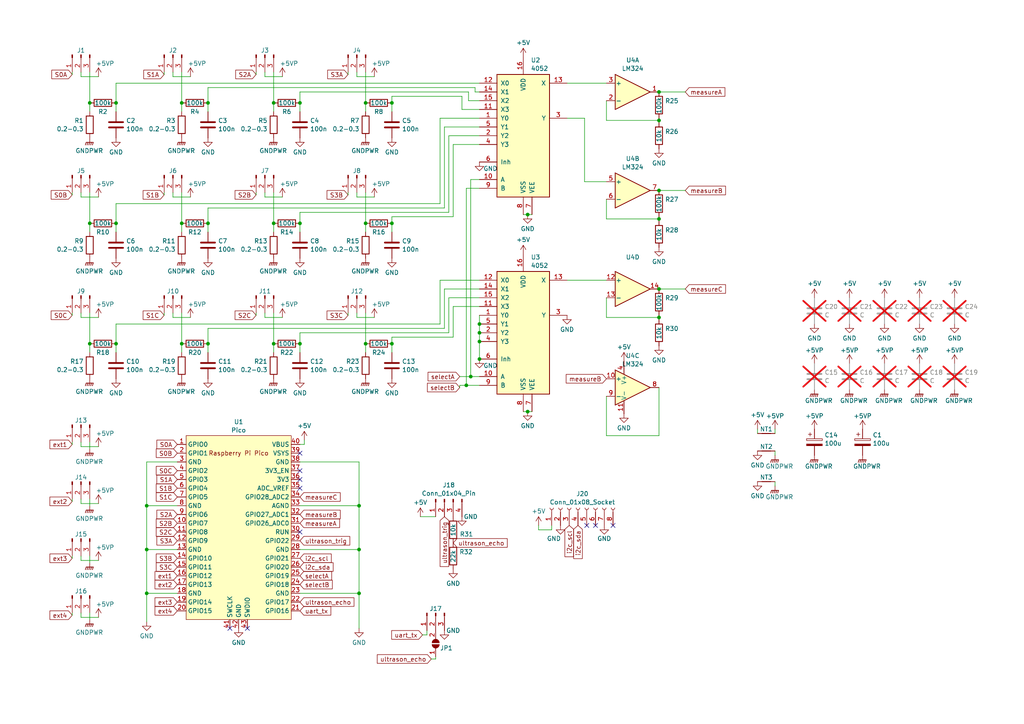
<source format=kicad_sch>
(kicad_sch (version 20231120) (generator "eeschema") (generator_version "8.0")
  (paper "A4")
  (junction (at 42.545 172.085))
  (junction (at 139.065 93.98))
  (junction (at 136.525 109.22))
  (junction (at 153.035 119.38))
  (junction (at 135.255 111.76))
  (junction (at 104.14 146.685))
  (junction (at 79.375 29.845))
  (junction (at 33.655 99.695))
  (junction (at 86.995 99.695))
  (junction (at 26.035 64.77))
  (junction (at 113.665 29.845))
  (junction (at 60.325 64.77))
  (junction (at 191.135 83.82))
  (junction (at 106.045 99.695))
  (junction (at 60.325 99.695))
  (junction (at 191.135 92.075))
  (junction (at 191.135 63.5))
  (junction (at 104.14 159.385))
  (junction (at 33.655 64.77))
  (junction (at 113.665 99.695))
  (junction (at 52.705 64.77))
  (junction (at 42.545 146.685))
  (junction (at 106.045 64.77))
  (junction (at 60.325 29.845))
  (junction (at 139.065 96.52))
  (junction (at 153.035 62.23))
  (junction (at 52.705 99.695))
  (junction (at 26.035 99.695))
  (junction (at 113.665 64.77))
  (junction (at 191.135 26.67))
  (junction (at 139.065 99.06))
  (junction (at 191.135 34.925))
  (junction (at 79.375 64.77))
  (junction (at 104.14 172.085))
  (junction (at 191.135 55.245))
  (junction (at 52.705 29.845))
  (junction (at 86.995 64.77))
  (junction (at 86.995 29.845))
  (junction (at 26.035 29.845))
  (junction (at 106.045 29.845))
  (junction (at 139.065 104.14))
  (junction (at 79.375 99.695))
  (junction (at 42.545 159.385))
  (junction (at 33.655 29.845))
  (no_connect (at 170.18 152.4))
  (no_connect (at 177.8 152.4))
  (no_connect (at 86.995 141.605))
  (no_connect (at 172.72 152.4))
  (no_connect (at 86.995 139.065))
  (no_connect (at 86.995 131.445))
  (no_connect (at 66.675 182.245))
  (no_connect (at 86.995 154.305))
  (no_connect (at 71.755 182.245))
  (no_connect (at 86.995 136.525))
  (wire (pts (xy 139.065 36.83) (xy 128.905 36.83)))
  (wire (pts (xy 52.705 99.695) (xy 52.705 102.235)))
  (wire (pts (xy 60.325 99.695) (xy 60.325 102.235)))
  (wire (pts (xy 26.035 64.77) (xy 26.035 67.31)))
  (wire (pts (xy 52.705 55.88) (xy 52.705 64.77)))
  (wire (pts (xy 23.495 92.075) (xy 23.495 90.805)))
  (wire (pts (xy 175.895 92.075) (xy 175.895 86.36)))
  (wire (pts (xy 60.325 64.77) (xy 60.325 67.31)))
  (wire (pts (xy 33.655 99.695) (xy 33.655 102.235)))
  (wire (pts (xy 26.035 99.695) (xy 26.035 102.235)))
  (wire (pts (xy 28.575 162.56) (xy 23.495 162.56)))
  (wire (pts (xy 28.575 92.075) (xy 23.495 92.075)))
  (wire (pts (xy 79.375 64.77) (xy 79.375 67.31)))
  (wire (pts (xy 20.955 20.955) (xy 20.955 21.59)))
  (wire (pts (xy 42.545 159.385) (xy 42.545 172.085)))
  (wire (pts (xy 42.545 172.085) (xy 51.435 172.085)))
  (wire (pts (xy 100.965 90.805) (xy 100.965 91.44)))
  (wire (pts (xy 153.035 62.23) (xy 154.305 62.23)))
  (wire (pts (xy 86.995 99.695) (xy 86.995 96.52)))
  (wire (pts (xy 79.375 90.805) (xy 79.375 99.695)))
  (wire (pts (xy 125.095 191.135) (xy 126.365 191.135)))
  (wire (pts (xy 52.705 20.955) (xy 52.705 29.845)))
  (wire (pts (xy 191.135 92.075) (xy 191.135 92.71)))
  (wire (pts (xy 104.14 159.385) (xy 104.14 172.085)))
  (wire (pts (xy 127.635 93.98) (xy 127.635 81.28)))
  (wire (pts (xy 55.245 22.225) (xy 50.165 22.225)))
  (wire (pts (xy 139.065 91.44) (xy 139.065 93.98)))
  (wire (pts (xy 175.895 126.365) (xy 175.895 114.935)))
  (wire (pts (xy 23.495 162.56) (xy 23.495 161.29)))
  (wire (pts (xy 86.995 96.52) (xy 130.175 96.52)))
  (wire (pts (xy 175.895 63.5) (xy 175.895 57.785)))
  (wire (pts (xy 191.135 63.5) (xy 175.895 63.5)))
  (wire (pts (xy 133.985 31.75) (xy 133.985 27.94)))
  (wire (pts (xy 113.665 64.77) (xy 113.665 67.31)))
  (wire (pts (xy 42.545 133.985) (xy 42.545 146.685)))
  (wire (pts (xy 113.665 62.865) (xy 131.445 62.865)))
  (wire (pts (xy 106.045 55.88) (xy 106.045 64.77)))
  (wire (pts (xy 139.065 29.21) (xy 135.89 29.21)))
  (wire (pts (xy 164.465 24.13) (xy 175.895 24.13)))
  (wire (pts (xy 50.165 22.225) (xy 50.165 20.955)))
  (wire (pts (xy 23.495 179.07) (xy 23.495 177.8)))
  (wire (pts (xy 151.765 62.23) (xy 153.035 62.23)))
  (wire (pts (xy 219.71 124.46) (xy 219.71 125.73)))
  (wire (pts (xy 130.175 39.37) (xy 139.065 39.37)))
  (wire (pts (xy 139.065 83.82) (xy 128.905 83.82)))
  (wire (pts (xy 191.135 34.925) (xy 175.895 34.925)))
  (wire (pts (xy 76.835 22.225) (xy 76.835 20.955)))
  (wire (pts (xy 74.295 90.805) (xy 74.295 91.44)))
  (wire (pts (xy 26.035 55.88) (xy 26.035 64.77)))
  (wire (pts (xy 191.135 126.365) (xy 175.895 126.365)))
  (wire (pts (xy 60.325 25.4) (xy 137.795 25.4)))
  (wire (pts (xy 191.135 55.245) (xy 198.755 55.245)))
  (wire (pts (xy 191.135 112.395) (xy 191.135 126.365)))
  (wire (pts (xy 86.995 61.595) (xy 130.175 61.595)))
  (wire (pts (xy 103.505 92.075) (xy 103.505 90.805)))
  (wire (pts (xy 131.445 41.91) (xy 139.065 41.91)))
  (wire (pts (xy 130.175 86.36) (xy 139.065 86.36)))
  (wire (pts (xy 131.445 88.9) (xy 131.445 97.79)))
  (wire (pts (xy 104.14 172.085) (xy 104.14 182.245)))
  (wire (pts (xy 33.655 99.695) (xy 33.655 93.98)))
  (wire (pts (xy 106.045 20.955) (xy 106.045 29.845)))
  (wire (pts (xy 42.545 159.385) (xy 51.435 159.385)))
  (wire (pts (xy 60.325 60.325) (xy 128.905 60.325)))
  (wire (pts (xy 86.995 99.695) (xy 86.995 102.235)))
  (wire (pts (xy 52.705 64.77) (xy 52.705 67.31)))
  (wire (pts (xy 133.35 112.395) (xy 133.35 111.76)))
  (wire (pts (xy 106.045 90.805) (xy 106.045 99.695)))
  (wire (pts (xy 42.545 172.085) (xy 42.545 180.34)))
  (wire (pts (xy 164.465 81.28) (xy 175.895 81.28)))
  (wire (pts (xy 79.375 55.88) (xy 79.375 64.77)))
  (wire (pts (xy 42.545 146.685) (xy 42.545 159.385)))
  (wire (pts (xy 164.465 34.29) (xy 169.545 34.29)))
  (wire (pts (xy 23.495 146.05) (xy 23.495 144.78)))
  (wire (pts (xy 81.915 92.075) (xy 76.835 92.075)))
  (wire (pts (xy 135.255 54.61) (xy 139.065 54.61)))
  (wire (pts (xy 74.295 20.955) (xy 74.295 21.59)))
  (wire (pts (xy 224.79 139.7) (xy 224.79 140.97)))
  (wire (pts (xy 135.255 111.76) (xy 135.255 54.61)))
  (wire (pts (xy 191.135 91.44) (xy 191.135 92.075)))
  (wire (pts (xy 127.635 81.28) (xy 139.065 81.28)))
  (wire (pts (xy 20.955 161.29) (xy 20.955 161.925)))
  (wire (pts (xy 23.495 129.54) (xy 23.495 128.27)))
  (wire (pts (xy 60.325 64.77) (xy 60.325 60.325)))
  (wire (pts (xy 128.905 83.82) (xy 128.905 95.25)))
  (wire (pts (xy 104.14 146.685) (xy 104.14 159.385)))
  (wire (pts (xy 139.065 111.76) (xy 135.255 111.76)))
  (wire (pts (xy 23.495 57.15) (xy 23.495 55.88)))
  (wire (pts (xy 131.445 62.865) (xy 131.445 41.91)))
  (wire (pts (xy 88.265 128.905) (xy 88.265 127.635)))
  (wire (pts (xy 50.165 57.15) (xy 50.165 55.88)))
  (wire (pts (xy 20.955 144.78) (xy 20.955 145.415)))
  (wire (pts (xy 191.135 92.075) (xy 175.895 92.075)))
  (wire (pts (xy 28.575 57.15) (xy 23.495 57.15)))
  (wire (pts (xy 104.14 133.985) (xy 104.14 146.685)))
  (wire (pts (xy 104.14 172.085) (xy 86.995 172.085)))
  (wire (pts (xy 123.825 184.15) (xy 123.825 182.88)))
  (wire (pts (xy 139.065 96.52) (xy 139.065 99.06)))
  (wire (pts (xy 51.435 133.985) (xy 42.545 133.985)))
  (wire (pts (xy 28.575 179.07) (xy 23.495 179.07)))
  (wire (pts (xy 20.955 90.805) (xy 20.955 91.44)))
  (wire (pts (xy 224.79 130.81) (xy 224.79 132.08)))
  (wire (pts (xy 86.995 29.845) (xy 86.995 26.67)))
  (wire (pts (xy 151.765 119.38) (xy 153.035 119.38)))
  (wire (pts (xy 121.92 149.86) (xy 126.365 149.86)))
  (wire (pts (xy 33.655 64.77) (xy 33.655 59.055)))
  (wire (pts (xy 76.835 57.15) (xy 76.835 55.88)))
  (wire (pts (xy 136.525 109.22) (xy 139.065 109.22)))
  (wire (pts (xy 153.035 119.38) (xy 154.305 119.38)))
  (wire (pts (xy 160.02 153.67) (xy 156.21 153.67)))
  (wire (pts (xy 169.545 34.29) (xy 169.545 52.705)))
  (wire (pts (xy 156.21 153.67) (xy 156.21 152.4)))
  (wire (pts (xy 136.525 52.07) (xy 136.525 109.22)))
  (wire (pts (xy 26.035 128.27) (xy 26.035 130.175)))
  (wire (pts (xy 81.915 22.225) (xy 76.835 22.225)))
  (wire (pts (xy 113.665 99.695) (xy 113.665 97.79)))
  (wire (pts (xy 127.635 59.055) (xy 127.635 34.29)))
  (wire (pts (xy 113.665 64.77) (xy 113.665 62.865)))
  (wire (pts (xy 106.045 99.695) (xy 106.045 102.235)))
  (wire (pts (xy 139.065 88.9) (xy 131.445 88.9)))
  (wire (pts (xy 86.995 146.685) (xy 104.14 146.685)))
  (wire (pts (xy 191.135 34.29) (xy 191.135 34.925)))
  (wire (pts (xy 128.905 36.83) (xy 128.905 60.325)))
  (wire (pts (xy 26.035 29.845) (xy 26.035 32.385)))
  (wire (pts (xy 81.915 57.15) (xy 76.835 57.15)))
  (wire (pts (xy 113.665 97.79) (xy 131.445 97.79)))
  (wire (pts (xy 33.655 64.77) (xy 33.655 67.31)))
  (wire (pts (xy 79.375 29.845) (xy 79.375 32.385)))
  (wire (pts (xy 133.35 109.22) (xy 136.525 109.22)))
  (wire (pts (xy 74.295 55.88) (xy 74.295 56.515)))
  (wire (pts (xy 169.545 52.705) (xy 175.895 52.705)))
  (wire (pts (xy 28.575 146.05) (xy 23.495 146.05)))
  (wire (pts (xy 33.655 59.055) (xy 127.635 59.055)))
  (wire (pts (xy 106.045 64.77) (xy 106.045 67.31)))
  (wire (pts (xy 26.035 90.805) (xy 26.035 99.695)))
  (wire (pts (xy 86.995 128.905) (xy 88.265 128.905)))
  (wire (pts (xy 130.175 96.52) (xy 130.175 86.36)))
  (wire (pts (xy 26.035 161.29) (xy 26.035 163.195)))
  (wire (pts (xy 47.625 90.805) (xy 47.625 91.44)))
  (wire (pts (xy 42.545 146.685) (xy 51.435 146.685)))
  (wire (pts (xy 86.995 26.67) (xy 135.89 26.67)))
  (wire (pts (xy 108.585 57.15) (xy 103.505 57.15)))
  (wire (pts (xy 191.135 62.865) (xy 191.135 63.5)))
  (wire (pts (xy 20.955 177.8) (xy 20.955 178.435)))
  (wire (pts (xy 52.705 29.845) (xy 52.705 32.385)))
  (wire (pts (xy 86.995 64.77) (xy 86.995 67.31)))
  (wire (pts (xy 224.79 124.46) (xy 224.79 125.73)))
  (wire (pts (xy 28.575 129.54) (xy 23.495 129.54)))
  (wire (pts (xy 33.655 93.98) (xy 127.635 93.98)))
  (wire (pts (xy 139.065 31.75) (xy 133.985 31.75)))
  (wire (pts (xy 137.795 26.67) (xy 139.065 26.67)))
  (wire (pts (xy 175.895 34.925) (xy 175.895 29.21)))
  (wire (pts (xy 26.035 144.78) (xy 26.035 146.685)))
  (wire (pts (xy 139.065 52.07) (xy 136.525 52.07)))
  (wire (pts (xy 55.245 57.15) (xy 50.165 57.15)))
  (wire (pts (xy 26.035 20.955) (xy 26.035 29.845)))
  (wire (pts (xy 139.065 99.06) (xy 139.065 104.14)))
  (wire (pts (xy 135.89 29.21) (xy 135.89 26.67)))
  (wire (pts (xy 47.625 55.88) (xy 47.625 56.515)))
  (wire (pts (xy 191.135 83.82) (xy 198.755 83.82)))
  (wire (pts (xy 60.325 29.845) (xy 60.325 32.385)))
  (wire (pts (xy 126.365 191.135) (xy 126.365 190.5)))
  (wire (pts (xy 26.035 177.8) (xy 26.035 179.705)))
  (wire (pts (xy 47.625 20.955) (xy 47.625 21.59)))
  (wire (pts (xy 133.35 111.76) (xy 135.255 111.76)))
  (wire (pts (xy 130.175 61.595) (xy 130.175 39.37)))
  (wire (pts (xy 103.505 57.15) (xy 103.505 55.88)))
  (wire (pts (xy 106.045 29.845) (xy 106.045 32.385)))
  (wire (pts (xy 100.965 55.88) (xy 100.965 56.515)))
  (wire (pts (xy 191.135 63.5) (xy 191.135 64.135)))
  (wire (pts (xy 86.995 159.385) (xy 104.14 159.385)))
  (wire (pts (xy 55.245 92.075) (xy 50.165 92.075)))
  (wire (pts (xy 191.135 26.67) (xy 198.755 26.67)))
  (wire (pts (xy 100.965 20.955) (xy 100.965 21.59)))
  (wire (pts (xy 108.585 92.075) (xy 103.505 92.075)))
  (wire (pts (xy 103.505 22.225) (xy 103.505 20.955)))
  (wire (pts (xy 108.585 22.225) (xy 103.505 22.225)))
  (wire (pts (xy 127.635 34.29) (xy 139.065 34.29)))
  (wire (pts (xy 79.375 20.955) (xy 79.375 29.845)))
  (wire (pts (xy 113.665 29.845) (xy 113.665 32.385)))
  (wire (pts (xy 28.575 22.225) (xy 23.495 22.225)))
  (wire (pts (xy 86.995 29.845) (xy 86.995 32.385)))
  (wire (pts (xy 113.665 27.94) (xy 133.985 27.94)))
  (wire (pts (xy 139.065 93.98) (xy 139.065 96.52)))
  (wire (pts (xy 79.375 99.695) (xy 79.375 102.235)))
  (wire (pts (xy 33.655 29.845) (xy 33.655 32.385)))
  (wire (pts (xy 191.135 34.925) (xy 191.135 35.56)))
  (wire (pts (xy 113.665 29.845) (xy 113.665 27.94)))
  (wire (pts (xy 60.325 29.845) (xy 60.325 25.4)))
  (wire (pts (xy 23.495 22.225) (xy 23.495 20.955)))
  (wire (pts (xy 122.555 184.15) (xy 123.825 184.15)))
  (wire (pts (xy 33.655 24.13) (xy 139.065 24.13)))
  (wire (pts (xy 76.835 92.075) (xy 76.835 90.805)))
  (wire (pts (xy 33.655 29.845) (xy 33.655 24.13)))
  (wire (pts (xy 60.325 95.25) (xy 128.905 95.25)))
  (wire (pts (xy 52.705 90.805) (xy 52.705 99.695)))
  (wire (pts (xy 20.955 55.88) (xy 20.955 56.515)))
  (wire (pts (xy 137.795 25.4) (xy 137.795 26.67)))
  (wire (pts (xy 60.325 99.695) (xy 60.325 95.25)))
  (wire (pts (xy 86.995 133.985) (xy 104.14 133.985)))
  (wire (pts (xy 50.165 92.075) (xy 50.165 90.805)))
  (wire (pts (xy 86.995 64.77) (xy 86.995 61.595)))
  (wire (pts (xy 160.02 152.4) (xy 160.02 153.67)))
  (wire (pts (xy 20.955 128.27) (xy 20.955 128.905)))
  (wire (pts (xy 113.665 99.695) (xy 113.665 102.235)))
  (global_label "S3B" (shape input) (at 100.965 56.515 180) (property "Intersheetrefs" "${INTERSHEET_REFS}" (effects (hide yes))))
  (global_label "ext1" (shape input) (at 20.955 128.905 180) (property "Intersheetrefs" "${INTERSHEET_REFS}" (effects (hide yes))))
  (global_label "measureB" (shape input) (at 198.755 55.245 0) (property "Intersheetrefs" "${INTERSHEET_REFS}" (effects (hide yes))))
  (global_label "measureC" (shape input) (at 86.995 144.145 0) (property "Intersheetrefs" "${INTERSHEET_REFS}" (effects (hide yes))))
  (global_label "measureA" (shape input) (at 198.755 26.67 0) (property "Intersheetrefs" "${INTERSHEET_REFS}" (effects (hide yes))))
  (global_label "S2A" (shape input) (at 74.295 21.59 180) (property "Intersheetrefs" "${INTERSHEET_REFS}" (effects (hide yes))))
  (global_label "selectB" (shape input) (at 133.35 112.395 180) (property "Intersheetrefs" "${INTERSHEET_REFS}" (effects (hide yes))))
  (global_label "ultrason_echo" (shape input) (at 125.095 191.135 180) (property "Intersheetrefs" "${INTERSHEET_REFS}" (effects (hide yes))))
  (global_label "S2B" (shape input) (at 51.435 151.765 180) (property "Intersheetrefs" "${INTERSHEET_REFS}" (effects (hide yes))))
  (global_label "S0A" (shape input) (at 20.955 21.59 180) (property "Intersheetrefs" "${INTERSHEET_REFS}" (effects (hide yes))))
  (global_label "ext2" (shape input) (at 51.435 169.545 180) (property "Intersheetrefs" "${INTERSHEET_REFS}" (effects (hide yes))))
  (global_label "S1C" (shape input) (at 47.625 91.44 180) (property "Intersheetrefs" "${INTERSHEET_REFS}" (effects (hide yes))))
  (global_label "measureC" (shape input) (at 198.755 83.82 0) (property "Intersheetrefs" "${INTERSHEET_REFS}" (effects (hide yes))))
  (global_label "i2c_scl" (shape input) (at 86.995 161.925 0) (property "Intersheetrefs" "${INTERSHEET_REFS}" (effects (hide yes))))
  (global_label "S0B" (shape input) (at 51.435 131.445 180) (property "Intersheetrefs" "${INTERSHEET_REFS}" (effects (hide yes))))
  (global_label "S2C" (shape input) (at 51.435 154.305 180) (property "Intersheetrefs" "${INTERSHEET_REFS}" (effects (hide yes))))
  (global_label "ultrason_echo" (shape input) (at 86.995 174.625 0) (property "Intersheetrefs" "${INTERSHEET_REFS}" (effects (hide yes))))
  (global_label "i2c_scl" (shape input) (at 165.1 152.4 270) (property "Intersheetrefs" "${INTERSHEET_REFS}" (effects (hide yes))))
  (global_label "S3B" (shape input) (at 51.435 161.925 180) (property "Intersheetrefs" "${INTERSHEET_REFS}" (effects (hide yes))))
  (global_label "uart_tx" (shape input) (at 122.555 184.15 180) (property "Intersheetrefs" "${INTERSHEET_REFS}" (effects (hide yes))))
  (global_label "S1A" (shape input) (at 51.435 139.065 180) (property "Intersheetrefs" "${INTERSHEET_REFS}" (effects (hide yes))))
  (global_label "S1C" (shape input) (at 51.435 144.145 180) (property "Intersheetrefs" "${INTERSHEET_REFS}" (effects (hide yes))))
  (global_label "S3C" (shape input) (at 51.435 164.465 180) (property "Intersheetrefs" "${INTERSHEET_REFS}" (effects (hide yes))))
  (global_label "uart_tx" (shape input) (at 86.995 177.165 0) (property "Intersheetrefs" "${INTERSHEET_REFS}" (effects (hide yes))))
  (global_label "ext4" (shape input) (at 20.955 178.435 180) (property "Intersheetrefs" "${INTERSHEET_REFS}" (effects (hide yes))))
  (global_label "S1A" (shape input) (at 47.625 21.59 180) (property "Intersheetrefs" "${INTERSHEET_REFS}" (effects (hide yes))))
  (global_label "S2B" (shape input) (at 74.295 56.515 180) (property "Intersheetrefs" "${INTERSHEET_REFS}" (effects (hide yes))))
  (global_label "S3A" (shape input) (at 51.435 156.845 180) (property "Intersheetrefs" "${INTERSHEET_REFS}" (effects (hide yes))))
  (global_label "i2c_sda" (shape input) (at 86.995 164.465 0) (property "Intersheetrefs" "${INTERSHEET_REFS}" (effects (hide yes))))
  (global_label "measureA" (shape input) (at 86.995 151.765 0) (property "Intersheetrefs" "${INTERSHEET_REFS}" (effects (hide yes))))
  (global_label "ultrason_trig" (shape input) (at 128.905 149.86 270) (property "Intersheetrefs" "${INTERSHEET_REFS}" (effects (hide yes))))
  (global_label "selectA" (shape input) (at 133.35 109.22 180) (property "Intersheetrefs" "${INTERSHEET_REFS}" (effects (hide yes))))
  (global_label "S3A" (shape input) (at 100.965 21.59 180) (property "Intersheetrefs" "${INTERSHEET_REFS}" (effects (hide yes))))
  (global_label "S1B" (shape input) (at 47.625 56.515 180) (property "Intersheetrefs" "${INTERSHEET_REFS}" (effects (hide yes))))
  (global_label "selectA" (shape input) (at 86.995 167.005 0) (property "Intersheetrefs" "${INTERSHEET_REFS}" (effects (hide yes))))
  (global_label "S3C" (shape input) (at 100.965 91.44 180) (property "Intersheetrefs" "${INTERSHEET_REFS}" (effects (hide yes))))
  (global_label "i2c_sda" (shape input) (at 167.64 152.4 270) (property "Intersheetrefs" "${INTERSHEET_REFS}" (effects (hide yes))))
  (global_label "S0A" (shape input) (at 51.435 128.905 180) (property "Intersheetrefs" "${INTERSHEET_REFS}" (effects (hide yes))))
  (global_label "S1B" (shape input) (at 51.435 141.605 180) (property "Intersheetrefs" "${INTERSHEET_REFS}" (effects (hide yes))))
  (global_label "measureB" (shape input) (at 86.995 149.225 0) (property "Intersheetrefs" "${INTERSHEET_REFS}" (effects (hide yes))))
  (global_label "measureB" (shape input) (at 175.895 109.855 180) (property "Intersheetrefs" "${INTERSHEET_REFS}" (effects (hide yes))))
  (global_label "ext3" (shape input) (at 51.435 174.625 180) (property "Intersheetrefs" "${INTERSHEET_REFS}" (effects (hide yes))))
  (global_label "ext3" (shape input) (at 20.955 161.925 180) (property "Intersheetrefs" "${INTERSHEET_REFS}" (effects (hide yes))))
  (global_label "ext4" (shape input) (at 51.435 177.165 180) (property "Intersheetrefs" "${INTERSHEET_REFS}" (effects (hide yes))))
  (global_label "ultrason_trig" (shape input) (at 86.995 156.845 0) (property "Intersheetrefs" "${INTERSHEET_REFS}" (effects (hide yes))))
  (global_label "ext1" (shape input) (at 51.435 167.005 180) (property "Intersheetrefs" "${INTERSHEET_REFS}" (effects (hide yes))))
  (global_label "S0C" (shape input) (at 20.955 91.44 180) (property "Intersheetrefs" "${INTERSHEET_REFS}" (effects (hide yes))))
  (global_label "S0B" (shape input) (at 20.955 56.515 180) (property "Intersheetrefs" "${INTERSHEET_REFS}" (effects (hide yes))))
  (global_label "selectB" (shape input) (at 86.995 169.545 0) (property "Intersheetrefs" "${INTERSHEET_REFS}" (effects (hide yes))))
  (global_label "ultrason_echo" (shape input) (at 131.445 157.48 0) (property "Intersheetrefs" "${INTERSHEET_REFS}" (effects (hide yes))))
  (global_label "S0C" (shape input) (at 51.435 136.525 180) (property "Intersheetrefs" "${INTERSHEET_REFS}" (effects (hide yes))))
  (global_label "S2A" (shape input) (at 51.435 149.225 180) (property "Intersheetrefs" "${INTERSHEET_REFS}" (effects (hide yes))))
  (global_label "S2C" (shape input) (at 74.295 91.44 180) (property "Intersheetrefs" "${INTERSHEET_REFS}" (effects (hide yes))))
  (global_label "ext2" (shape input) (at 20.955 145.415 180) (property "Intersheetrefs" "${INTERSHEET_REFS}" (effects (hide yes))))
  (symbol (lib_id "power:GNDPWR") (at 224.79 140.97 0) (unit 1)
    (property "Reference" "#PWR073" (effects (hide yes)))
    (property "Value" "GNDPWR" (at 226.06 144.145 0))
  )
  (symbol (lib_id "power:+5VP") (at 236.22 105.41 0) (unit 1)
    (property "Reference" "#PWR074" (effects (hide yes)))
    (property "Value" "+5VP" (at 236.22 101.6 0))
  )
  (symbol (lib_id "power:+5VP") (at 108.585 92.075 0) (mirror y) (unit 1)
    (property "Reference" "#PWR046" (effects (hide yes)))
    (property "Value" "+5VP" (at 110.49 88.265 0))
  )
  (symbol (lib_id "power:GND") (at 266.7 93.98 0) (unit 1)
    (property "Reference" "#PWR095" (effects (hide yes)))
    (property "Value" "GND" (at 266.7 98.1131 0))
  )
  (symbol (lib_id "power:GND") (at 60.325 109.855 0) (unit 1)
    (property "Reference" "#PWR041" (effects (hide yes)))
    (property "Value" "GND" (at 60.325 113.9881 0))
  )
  (symbol (lib_id "Connector:Conn_01x03_Pin") (at 50.165 85.725 90) (mirror x) (unit 1)
    (property "Reference" "J10" (at 50.165 84.455 90))
    (property "Value" "Conn_01x03_Pin" (effects (hide yes)))
    (property "Footprint" "Connector_PinHeader_2.54mm:PinHeader_1x03_P2.54mm_Vertical" (effects (hide yes)))
  )
  (symbol (lib_id "power:GND") (at 162.56 152.4 0) (unit 1)
    (property "Reference" "#PWR051" (effects (hide yes)))
    (property "Value" "GND" (at 160.655 156.21 0))
  )
  (symbol (lib_id "power:+5V") (at 88.265 127.635 0) (unit 1)
    (property "Reference" "#PWR056" (effects (hide yes)))
    (property "Value" "+5V" (at 88.265 123.5019 0))
  )
  (symbol (lib_id "power:GND") (at 164.465 91.44 0) (unit 1)
    (property "Reference" "#PWR013" (effects (hide yes)))
    (property "Value" "GND" (at 164.465 95.5731 0))
  )
  (symbol (lib_id "power:+5V") (at 151.765 16.51 0) (unit 1)
    (property "Reference" "#PWR07" (effects (hide yes)))
    (property "Value" "+5V" (at 151.765 12.3769 0))
  )
  (symbol (lib_id "Device:C") (at 60.325 106.045 0) (unit 1)
    (property "Reference" "C11" (at 63.246 104.8329 0) (effects (justify left)))
    (property "Value" "100n" (at 63.246 107.2571 0) (effects (justify left)))
    (property "Footprint" "Capacitor_SMD:C_0805_2012Metric" (effects (hide yes)))
  )
  (symbol (lib_id "Device:R") (at 109.855 99.695 90) (unit 1)
    (property "Reference" "R24" (at 109.855 102.235 90))
    (property "Value" "100k" (at 109.855 99.695 90))
    (property "Footprint" "Resistor_SMD:R_0805_2012Metric" (effects (hide yes)))
  )
  (symbol (lib_id "Connector:Conn_01x03_Pin") (at 23.495 156.21 90) (mirror x) (unit 1)
    (property "Reference" "J15" (at 23.495 154.94 90))
    (property "Value" "Conn_01x03_Pin" (effects (hide yes)))
    (property "Footprint" "Connector_PinHeader_2.54mm:PinHeader_1x03_P2.54mm_Vertical" (effects (hide yes)))
  )
  (symbol (lib_id "Connector:Conn_01x03_Pin") (at 50.165 15.875 90) (mirror x) (unit 1)
    (property "Reference" "J2" (at 50.165 14.605 90))
    (property "Value" "Conn_01x03_Pin" (effects (hide yes)))
    (property "Footprint" "Connector_PinHeader_2.54mm:PinHeader_1x03_P2.54mm_Vertical" (effects (hide yes)))
  )
  (symbol (lib_id "Device:C_Polarized") (at 250.19 128.27 0) (unit 1)
    (property "Reference" "C1" (at 253.111 126.1689 0) (effects (justify left)))
    (property "Value" "100u" (at 253.111 128.5931 0) (effects (justify left)))
    (property "Footprint" "Capacitor_THT:CP_Radial_D5.0mm_P2.50mm" (effects (hide yes)))
  )
  (symbol (lib_id "Device:R") (at 79.375 106.045 0) (mirror y) (unit 1)
    (property "Reference" "R21" (at 77.597 104.8329 0) (effects (justify left)))
    (property "Value" "0.2-0.3" (at 77.597 107.2571 0) (effects (justify left)))
    (property "Footprint" "Resistor_SMD:R_0805_2012Metric" (effects (hide yes)))
  )
  (symbol (lib_id "power:GND") (at 153.035 119.38 0) (unit 1)
    (property "Reference" "#PWR012" (effects (hide yes)))
    (property "Value" "GND" (at 153.035 123.5131 0))
  )
  (symbol (lib_id "power:+5V") (at 156.21 152.4 0) (unit 1)
    (property "Reference" "#PWR050" (effects (hide yes)))
    (property "Value" "+5V" (at 156.21 148.2669 0))
  )
  (symbol (lib_id "power:+5VP") (at 108.585 57.15 0) (mirror y) (unit 1)
    (property "Reference" "#PWR034" (effects (hide yes)))
    (property "Value" "+5VP" (at 110.49 53.34 0))
  )
  (symbol (lib_id "Device:C") (at 33.655 71.12 0) (unit 1)
    (property "Reference" "C6" (at 36.576 69.9079 0) (effects (justify left)))
    (property "Value" "100n" (at 36.576 72.3321 0) (effects (justify left)))
    (property "Footprint" "Capacitor_SMD:C_0805_2012Metric" (effects (hide yes)))
  )
  (symbol (lib_id "Device:R") (at 191.135 67.945 0) (unit 1)
    (property "Reference" "R28" (at 192.913 66.7329 0) (effects (justify left)))
    (property "Value" "10k" (at 191.135 69.85 90) (effects (justify left)))
    (property "Footprint" "Resistor_SMD:R_0805_2012Metric" (effects (hide yes)))
  )
  (symbol (lib_id "Connector:Conn_01x03_Pin") (at 76.835 15.875 90) (mirror x) (unit 1)
    (property "Reference" "J3" (at 76.835 14.605 90))
    (property "Value" "Conn_01x03_Pin" (effects (hide yes)))
    (property "Footprint" "Connector_PinHeader_2.54mm:PinHeader_1x03_P2.54mm_Vertical" (effects (hide yes)))
  )
  (symbol (lib_id "Device:R") (at 131.445 153.67 0) (unit 1)
    (property "Reference" "R31" (at 133.35 154.94 0) (effects (justify left)))
    (property "Value" "10k" (at 131.445 155.575 90) (effects (justify left)))
    (property "Footprint" "Resistor_SMD:R_0805_2012Metric" (effects (hide yes)))
  )
  (symbol (lib_id "power:GND") (at 86.995 74.93 0) (unit 1)
    (property "Reference" "#PWR032" (effects (hide yes)))
    (property "Value" "GND" (at 86.995 79.0631 0))
  )
  (symbol (lib_id "Connector:Conn_01x03_Pin") (at 23.495 123.19 90) (mirror x) (unit 1)
    (property "Reference" "J13" (at 23.495 121.92 90))
    (property "Value" "Conn_01x03_Pin" (effects (hide yes)))
    (property "Footprint" "Connector_PinHeader_2.54mm:PinHeader_1x03_P2.54mm_Vertical" (effects (hide yes)))
  )
  (symbol (lib_id "power:GNDPWR") (at 26.035 74.93 0) (unit 1)
    (property "Reference" "#PWR024" (effects (hide yes)))
    (property "Value" "GNDPWR" (at 25.908 78.6567 0))
  )
  (symbol (lib_id "Connector:Conn_01x03_Pin") (at 50.165 50.8 90) (mirror x) (unit 1)
    (property "Reference" "J6" (at 50.165 49.53 90))
    (property "Value" "Conn_01x03_Pin" (effects (hide yes)))
    (property "Footprint" "Connector_PinHeader_2.54mm:PinHeader_1x03_P2.54mm_Vertical" (effects (hide yes)))
  )
  (symbol (lib_id "power:GNDPWR") (at 26.035 146.685 0) (unit 1)
    (property "Reference" "#PWR060" (effects (hide yes)))
    (property "Value" "GNDPWR" (at 25.908 150.4117 0))
  )
  (symbol (lib_id "power:+5VP") (at 108.585 22.225 0) (mirror y) (unit 1)
    (property "Reference" "#PWR022" (effects (hide yes)))
    (property "Value" "+5VP" (at 110.49 18.415 0))
  )
  (symbol (lib_id "Device:R") (at 79.375 36.195 0) (mirror y) (unit 1)
    (property "Reference" "R5" (at 77.597 34.9829 0) (effects (justify left)))
    (property "Value" "0.2-0.3" (at 77.597 37.4071 0) (effects (justify left)))
    (property "Footprint" "Resistor_SMD:R_0805_2012Metric" (effects (hide yes)))
  )
  (symbol (lib_id "power:GND") (at 113.665 109.855 0) (unit 1)
    (property "Reference" "#PWR047" (effects (hide yes)))
    (property "Value" "GND" (at 113.665 113.9881 0))
  )
  (symbol (lib_id "Device:R") (at 191.135 30.48 0) (unit 1)
    (property "Reference" "R25" (at 192.913 29.2679 0) (effects (justify left)))
    (property "Value" "100k" (at 191.135 33.02 90) (effects (justify left)))
    (property "Footprint" "Resistor_SMD:R_0805_2012Metric" (effects (hide yes)))
  )
  (symbol (lib_id "Device:R") (at 131.445 161.29 0) (unit 1)
    (property "Reference" "R32" (at 133.223 160.0779 0) (effects (justify left)))
    (property "Value" "22k" (at 131.445 163.195 90) (effects (justify left)))
    (property "Footprint" "Resistor_SMD:R_0805_2012Metric" (effects (hide yes)))
  )
  (symbol (lib_id "power:GND") (at 69.215 182.245 0) (unit 1)
    (property "Reference" "#PWR055" (effects (hide yes)))
    (property "Value" "GND" (at 69.215 186.3781 0))
  )
  (symbol (lib_id "power:GNDPWR") (at 26.035 179.705 0) (unit 1)
    (property "Reference" "#PWR063" (effects (hide yes)))
    (property "Value" "GNDPWR" (at 25.908 183.4317 0))
  )
  (symbol (lib_id "power:+5VP") (at 81.915 22.225 0) (mirror y) (unit 1)
    (property "Reference" "#PWR019" (effects (hide yes)))
    (property "Value" "+5VP" (at 83.82 18.415 0))
  )
  (symbol (lib_id "power:GND") (at 60.325 74.93 0) (unit 1)
    (property "Reference" "#PWR029" (effects (hide yes)))
    (property "Value" "GND" (at 60.325 79.0631 0))
  )
  (symbol (lib_id "power:GNDPWR") (at 106.045 109.855 0) (unit 1)
    (property "Reference" "#PWR045" (effects (hide yes)))
    (property "Value" "GNDPWR" (at 105.918 113.5817 0))
  )
  (symbol (lib_id "power:GNDPWR") (at 276.86 113.03 0) (unit 1)
    (property "Reference" "#PWR087" (effects (hide yes)))
    (property "Value" "GNDPWR" (at 278.13 116.205 0))
  )
  (symbol (lib_id "power:GND") (at 113.665 74.93 0) (unit 1)
    (property "Reference" "#PWR035" (effects (hide yes)))
    (property "Value" "GND" (at 113.665 79.0631 0))
  )
  (symbol (lib_id "power:GNDPWR") (at 106.045 74.93 0) (unit 1)
    (property "Reference" "#PWR033" (effects (hide yes)))
    (property "Value" "GNDPWR" (at 105.918 78.6567 0))
  )
  (symbol (lib_id "Device:C") (at 86.995 106.045 0) (unit 1)
    (property "Reference" "C12" (at 89.916 104.8329 0) (effects (justify left)))
    (property "Value" "100n" (at 89.916 107.2571 0) (effects (justify left)))
    (property "Footprint" "Capacitor_SMD:C_0805_2012Metric" (effects (hide yes)))
  )
  (symbol (lib_id "power:+5V") (at 236.22 86.36 0) (unit 1)
    (property "Reference" "#PWR088" (effects (hide yes)))
    (property "Value" "+5V" (at 236.22 82.2269 0))
  )
  (symbol (lib_id "power:GND") (at 133.985 149.86 0) (unit 1)
    (property "Reference" "#PWR068" (effects (hide yes)))
    (property "Value" "GND" (at 136.525 149.86 0))
  )
  (symbol (lib_id "power:GNDPWR") (at 224.79 132.08 0) (unit 1)
    (property "Reference" "#PWR04" (effects (hide yes)))
    (property "Value" "GNDPWR" (at 226.06 135.255 0))
  )
  (symbol (lib_id "power:GNDPWR") (at 250.19 132.08 0) (unit 1)
    (property "Reference" "#PWR079" (effects (hide yes)))
    (property "Value" "GNDPWR" (at 251.46 135.255 0))
  )
  (symbol (lib_id "Device:C") (at 113.665 36.195 0) (unit 1)
    (property "Reference" "C5" (at 116.586 34.9829 0) (effects (justify left)))
    (property "Value" "100n" (at 116.586 37.4071 0) (effects (justify left)))
    (property "Footprint" "Capacitor_SMD:C_0805_2012Metric" (effects (hide yes)))
  )
  (symbol (lib_id "Device:R") (at 83.185 64.77 90) (unit 1)
    (property "Reference" "R14" (at 83.185 67.31 90))
    (property "Value" "100k" (at 83.185 64.77 90))
    (property "Footprint" "Resistor_SMD:R_0805_2012Metric" (effects (hide yes)))
  )
  (symbol (lib_id "MCU_RaspberryPi_and_Boards:Pico") (at 69.215 153.035 0) (unit 1)
    (property "Reference" "U1" (at 69.215 122.3477 0))
    (property "Value" "Pico" (at 69.215 124.7719 0))
    (property "Footprint" "MCU_RaspberryPi_and_Boards:RPi_Pico_SMD_TH" (effects (hide yes)))
  )
  (symbol (lib_id "power:+5VP") (at 81.915 57.15 0) (mirror y) (unit 1)
    (property "Reference" "#PWR031" (effects (hide yes)))
    (property "Value" "+5VP" (at 83.82 53.34 0))
  )
  (symbol (lib_id "power:GND") (at 219.71 139.7 0) (unit 1)
    (property "Reference" "#PWR072" (effects (hide yes)))
    (property "Value" "GND" (at 219.71 143.8331 0))
  )
  (symbol (lib_id "Connector:Conn_01x08_Socket") (at 167.64 147.32 90) (unit 1)
    (property "Reference" "J20" (at 168.91 143.2265 90))
    (property "Value" "Conn_01x08_Socket" (at 168.91 145.6507 90))
    (property "Footprint" "stuff:GY-521" (effects (hide yes)))
  )
  (symbol (lib_id "power:GND") (at 131.445 165.1 0) (unit 1)
    (property "Reference" "#PWR071" (effects (hide yes)))
    (property "Value" "GND" (at 131.445 169.2331 0))
  )
  (symbol (lib_id "Device:C") (at 236.22 109.22 0) (unit 1) (dnp yes)
    (property "Reference" "C15" (at 239.141 108.0078 0) (effects (justify left)))
    (property "Value" "C" (at 239.141 110.4321 0) (effects (justify left)))
    (property "Footprint" "Capacitor_SMD:C_0805_2012Metric" (effects (hide yes)))
    (property "Description" "Unpolarized capacitor" (effects (hide yes)))
  )
  (symbol (lib_id "power:+5VP") (at 246.38 105.41 0) (unit 1)
    (property "Reference" "#PWR080" (effects (hide yes)))
    (property "Value" "+5VP" (at 246.38 101.6 0))
  )
  (symbol (lib_id "power:GNDPWR") (at 26.035 130.175 0) (unit 1)
    (property "Reference" "#PWR058" (effects (hide yes)))
    (property "Value" "GNDPWR" (at 25.908 133.9017 0))
  )
  (symbol (lib_id "power:+5VP") (at 28.575 146.05 0) (mirror y) (unit 1)
    (property "Reference" "#PWR061" (effects (hide yes)))
    (property "Value" "+5VP" (at 30.48 142.24 0))
  )
  (symbol (lib_id "power:GND") (at 276.86 93.98 0) (unit 1)
    (property "Reference" "#PWR097" (effects (hide yes)))
    (property "Value" "GND" (at 276.86 98.1131 0))
  )
  (symbol (lib_id "power:GND") (at 180.975 120.015 0) (unit 1)
    (property "Reference" "#PWR049" (effects (hide yes)))
    (property "Value" "GND" (at 180.975 124.1481 0))
  )
  (symbol (lib_id "power:+5VP") (at 55.245 92.075 0) (mirror y) (unit 1)
    (property "Reference" "#PWR040" (effects (hide yes)))
    (property "Value" "+5VP" (at 57.15 88.265 0))
  )
  (symbol (lib_id "power:GNDPWR") (at 52.705 109.855 0) (unit 1)
    (property "Reference" "#PWR039" (effects (hide yes)))
    (property "Value" "GNDPWR" (at 52.578 113.5817 0))
  )
  (symbol (lib_id "power:+5VP") (at 28.575 162.56 0) (mirror y) (unit 1)
    (property "Reference" "#PWR064" (effects (hide yes)))
    (property "Value" "+5VP" (at 30.48 158.75 0))
  )
  (symbol (lib_id "Connector:Conn_01x03_Pin") (at 126.365 177.8 90) (mirror x) (unit 1)
    (property "Reference" "J17" (at 126.365 176.53 90))
    (property "Value" "Conn_01x03_Pin" (effects (hide yes)))
    (property "Footprint" "Connector_PinHeader_2.54mm:PinHeader_1x03_P2.54mm_Vertical" (effects (hide yes)))
  )
  (symbol (lib_id "Device:NetTie_2") (at 222.25 125.73 0) (unit 1) (in_bom no)
    (property "Reference" "NT1" (at 222.25 124.46 0))
    (property "Value" "NetTie_2" (effects (hide yes)))
    (property "Footprint" "NetTie:NetTie-2_SMD_Pad0.5mm" (effects (hide yes)))
  )
  (symbol (lib_id "Device:C") (at 113.665 106.045 0) (unit 1)
    (property "Reference" "C13" (at 116.586 104.8329 0) (effects (justify left)))
    (property "Value" "100n" (at 116.586 107.2571 0) (effects (justify left)))
    (property "Footprint" "Capacitor_SMD:C_0805_2012Metric" (effects (hide yes)))
  )
  (symbol (lib_id "power:+5VP") (at 81.915 92.075 0) (mirror y) (unit 1)
    (property "Reference" "#PWR043" (effects (hide yes)))
    (property "Value" "+5VP" (at 83.82 88.265 0))
  )
  (symbol (lib_id "power:GND") (at 139.065 104.14 0) (unit 1)
    (property "Reference" "#PWR010" (effects (hide yes)))
    (property "Value" "GND" (at 142.24 106.045 0))
  )
  (symbol (lib_id "Device:C") (at 60.325 71.12 0) (unit 1)
    (property "Reference" "C7" (at 63.246 69.9079 0) (effects (justify left)))
    (property "Value" "100n" (at 63.246 72.3321 0) (effects (justify left)))
    (property "Footprint" "Capacitor_SMD:C_0805_2012Metric" (effects (hide yes)))
  )
  (symbol (lib_id "power:GND") (at 86.995 109.855 0) (unit 1)
    (property "Reference" "#PWR044" (effects (hide yes)))
    (property "Value" "GND" (at 86.995 113.9881 0))
  )
  (symbol (lib_id "power:+5VP") (at 55.245 22.225 0) (mirror y) (unit 1)
    (property "Reference" "#PWR016" (effects (hide yes)))
    (property "Value" "+5VP" (at 57.15 18.415 0))
  )
  (symbol (lib_id "Amplifier_Operational:LM324") (at 183.515 112.395 0) (unit 3)
    (property "Reference" "U4" (at 183.515 103.1707 0))
    (property "Value" "LM324" (at 183.515 105.5949 0))
    (property "Footprint" "Package_DIP:DIP-14_W7.62mm" (effects (hide yes)))
    (property "Datasheet" "http://www.ti.com/lit/ds/symlink/lm2902-n.pdf" (effects (hide yes)))
  )
  (symbol (lib_id "Device:C") (at 256.54 109.22 0) (unit 1) (dnp yes)
    (property "Reference" "C17" (at 259.461 108.0078 0) (effects (justify left)))
    (property "Value" "C" (at 259.461 110.4321 0) (effects (justify left)))
    (property "Footprint" "Capacitor_SMD:C_0805_2012Metric" (effects (hide yes)))
    (property "Description" "Unpolarized capacitor" (effects (hide yes)))
  )
  (symbol (lib_id "Device:R") (at 29.845 64.77 90) (unit 1)
    (property "Reference" "R10" (at 29.845 67.31 90))
    (property "Value" "100k" (at 29.845 64.77 90))
    (property "Footprint" "Resistor_SMD:R_0805_2012Metric" (effects (hide yes)))
  )
  (symbol (lib_id "power:GND") (at 246.38 93.98 0) (unit 1)
    (property "Reference" "#PWR091" (effects (hide yes)))
    (property "Value" "GND" (at 246.38 98.1131 0))
  )
  (symbol (lib_id "4xxx:4052") (at 151.765 39.37 0) (unit 1)
    (property "Reference" "U2" (at 153.9591 17.4457 0) (effects (justify left)))
    (property "Value" "4052" (at 153.9591 19.8699 0) (effects (justify left)))
    (property "Footprint" "Package_DIP:DIP-16_W7.62mm" (effects (hide yes)))
    (property "Datasheet" "http://www.intersil.com/content/dam/Intersil/documents/cd40/cd4051bms-52bms-53bms.pdf" (effects (hide yes)))
  )
  (symbol (lib_id "power:GND") (at 191.135 43.18 0) (unit 1)
    (property "Reference" "#PWR052" (effects (hide yes)))
    (property "Value" "GND" (at 191.135 47.3131 0))
  )
  (symbol (lib_id "power:GND") (at 128.905 182.88 0) (unit 1)
    (property "Reference" "#PWR066" (effects (hide yes)))
    (property "Value" "GND" (at 131.445 182.88 0))
  )
  (symbol (lib_id "power:GNDPWR") (at 26.035 163.195 0) (unit 1)
    (property "Reference" "#PWR062" (effects (hide yes)))
    (property "Value" "GNDPWR" (at 25.908 166.9217 0))
  )
  (symbol (lib_id "Device:R") (at 83.185 99.695 90) (unit 1)
    (property "Reference" "R22" (at 83.185 102.235 90))
    (property "Value" "100k" (at 83.185 99.695 90))
    (property "Footprint" "Resistor_SMD:R_0805_2012Metric" (effects (hide yes)))
  )
  (symbol (lib_id "Device:R") (at 109.855 64.77 90) (unit 1)
    (property "Reference" "R16" (at 109.855 67.31 90))
    (property "Value" "100k" (at 109.855 64.77 90))
    (property "Footprint" "Resistor_SMD:R_0805_2012Metric" (effects (hide yes)))
  )
  (symbol (lib_id "Device:C") (at 266.7 90.17 0) (unit 1) (dnp yes)
    (property "Reference" "C23" (at 269.621 88.9578 0) (effects (justify left)))
    (property "Value" "C" (at 269.621 91.3821 0) (effects (justify left)))
    (property "Footprint" "Capacitor_SMD:C_0805_2012Metric" (effects (hide yes)))
    (property "Description" "Unpolarized capacitor" (effects (hide yes)))
  )
  (symbol (lib_id "power:GND") (at 33.655 109.855 0) (unit 1)
    (property "Reference" "#PWR038" (effects (hide yes)))
    (property "Value" "GND" (at 33.655 113.9881 0))
  )
  (symbol (lib_id "power:GNDPWR") (at 79.375 40.005 0) (unit 1)
    (property "Reference" "#PWR018" (effects (hide yes)))
    (property "Value" "GNDPWR" (at 79.248 43.7317 0))
  )
  (symbol (lib_id "Jumper:SolderJumper_2_Open") (at 126.365 186.69 90) (unit 1) (in_bom no)
    (property "Reference" "JP1" (at 127.635 187.96 90) (effects (justify right)))
    (property "Value" "SolderJumper_2_Open" (effects (hide yes)))
    (property "Footprint" "Jumper:SolderJumper-2_P1.3mm_Open_Pad1.0x1.5mm" (effects (hide yes)))
  )
  (symbol (lib_id "power:+5V") (at 266.7 86.36 0) (unit 1)
    (property "Reference" "#PWR094" (effects (hide yes)))
    (property "Value" "+5V" (at 266.7 82.2269 0))
  )
  (symbol (lib_id "power:+5VP") (at 276.86 105.41 0) (unit 1)
    (property "Reference" "#PWR086" (effects (hide yes)))
    (property "Value" "+5VP" (at 276.86 101.6 0))
  )
  (symbol (lib_id "Device:NetTie_2") (at 222.25 139.7 0) (unit 1) (in_bom no)
    (property "Reference" "NT3" (at 222.25 138.43 0))
    (property "Value" "NetTie_2" (effects (hide yes)))
    (property "Footprint" "NetTie:NetTie-2_SMD_Pad0.5mm" (effects (hide yes)))
  )
  (symbol (lib_id "Connector:Conn_01x03_Pin") (at 23.495 172.72 90) (mirror x) (unit 1)
    (property "Reference" "J16" (at 23.495 171.45 90))
    (property "Value" "Conn_01x03_Pin" (effects (hide yes)))
    (property "Footprint" "Connector_PinHeader_2.54mm:PinHeader_1x03_P2.54mm_Vertical" (effects (hide yes)))
  )
  (symbol (lib_id "Device:R") (at 52.705 36.195 0) (mirror y) (unit 1)
    (property "Reference" "R3" (at 50.927 34.9829 0) (effects (justify left)))
    (property "Value" "0.2-0.3" (at 50.927 37.4071 0) (effects (justify left)))
    (property "Footprint" "Resistor_SMD:R_0805_2012Metric" (effects (hide yes)))
  )
  (symbol (lib_id "power:GNDPWR") (at 266.7 113.03 0) (unit 1)
    (property "Reference" "#PWR085" (effects (hide yes)))
    (property "Value" "GNDPWR" (at 267.97 116.205 0))
  )
  (symbol (lib_id "power:GNDPWR") (at 256.54 113.03 0) (unit 1)
    (property "Reference" "#PWR083" (effects (hide yes)))
    (property "Value" "GNDPWR" (at 257.81 116.205 0))
  )
  (symbol (lib_id "Device:C") (at 33.655 106.045 0) (unit 1)
    (property "Reference" "C10" (at 36.576 104.8329 0) (effects (justify left)))
    (property "Value" "100n" (at 36.576 107.2571 0) (effects (justify left)))
    (property "Footprint" "Capacitor_SMD:C_0805_2012Metric" (effects (hide yes)))
  )
  (symbol (lib_id "power:+5VP") (at 236.22 124.46 0) (unit 1)
    (property "Reference" "#PWR076" (effects (hide yes)))
    (property "Value" "+5VP" (at 236.22 120.65 0))
  )
  (symbol (lib_id "power:+5V") (at 256.54 86.36 0) (unit 1)
    (property "Reference" "#PWR092" (effects (hide yes)))
    (property "Value" "+5V" (at 256.54 82.2269 0))
  )
  (symbol (lib_id "Device:R") (at 52.705 71.12 0) (mirror y) (unit 1)
    (property "Reference" "R11" (at 50.927 69.9079 0) (effects (justify left)))
    (property "Value" "0.2-0.3" (at 50.927 72.3321 0) (effects (justify left)))
    (property "Footprint" "Resistor_SMD:R_0805_2012Metric" (effects (hide yes)))
  )
  (symbol (lib_id "Device:R") (at 29.845 29.845 90) (unit 1)
    (property "Reference" "R2" (at 29.845 32.385 90))
    (property "Value" "100k" (at 29.845 29.845 90))
    (property "Footprint" "Resistor_SMD:R_0805_2012Metric" (effects (hide yes)))
  )
  (symbol (lib_id "Device:C") (at 266.7 109.22 0) (unit 1) (dnp yes)
    (property "Reference" "C18" (at 269.621 108.0078 0) (effects (justify left)))
    (property "Value" "C" (at 269.621 110.4321 0) (effects (justify left)))
    (property "Footprint" "Capacitor_SMD:C_0805_2012Metric" (effects (hide yes)))
    (property "Description" "Unpolarized capacitor" (effects (hide yes)))
  )
  (symbol (lib_id "Connector:Conn_01x03_Pin") (at 23.495 15.875 90) (mirror x) (unit 1)
    (property "Reference" "J1" (at 23.495 14.605 90))
    (property "Value" "Conn_01x03_Pin" (effects (hide yes)))
    (property "Footprint" "Connector_PinHeader_2.54mm:PinHeader_1x03_P2.54mm_Vertical" (effects (hide yes)))
  )
  (symbol (lib_id "power:GNDPWR") (at 26.035 40.005 0) (unit 1)
    (property "Reference" "#PWR03" (effects (hide yes)))
    (property "Value" "GNDPWR" (at 25.908 43.7317 0))
  )
  (symbol (lib_id "Device:R") (at 191.135 96.52 0) (unit 1)
    (property "Reference" "R30" (at 192.913 95.3079 0) (effects (justify left)))
    (property "Value" "10k" (at 191.135 98.425 90) (effects (justify left)))
    (property "Footprint" "Resistor_SMD:R_0805_2012Metric" (effects (hide yes)))
  )
  (symbol (lib_id "Device:R") (at 79.375 71.12 0) (mirror y) (unit 1)
    (property "Reference" "R13" (at 77.597 69.9079 0) (effects (justify left)))
    (property "Value" "0.2-0.3" (at 77.597 72.3321 0) (effects (justify left)))
    (property "Footprint" "Resistor_SMD:R_0805_2012Metric" (effects (hide yes)))
  )
  (symbol (lib_id "power:+5VP") (at 266.7 105.41 0) (unit 1)
    (property "Reference" "#PWR084" (effects (hide yes)))
    (property "Value" "+5VP" (at 266.7 101.6 0))
  )
  (symbol (lib_id "power:GND") (at 175.26 152.4 0) (unit 1)
    (property "Reference" "#PWR070" (effects (hide yes)))
    (property "Value" "GND" (at 175.26 156.21 0))
  )
  (symbol (lib_id "Device:R") (at 83.185 29.845 90) (unit 1)
    (property "Reference" "R6" (at 83.185 32.385 90))
    (property "Value" "100k" (at 83.185 29.845 90))
    (property "Footprint" "Resistor_SMD:R_0805_2012Metric" (effects (hide yes)))
  )
  (symbol (lib_id "Device:R") (at 52.705 106.045 0) (mirror y) (unit 1)
    (property "Reference" "R19" (at 50.927 104.8329 0) (effects (justify left)))
    (property "Value" "0.2-0.3" (at 50.927 107.2571 0) (effects (justify left)))
    (property "Footprint" "Resistor_SMD:R_0805_2012Metric" (effects (hide yes)))
  )
  (symbol (lib_id "power:GND") (at 219.71 130.81 0) (unit 1)
    (property "Reference" "#PWR06" (effects (hide yes)))
    (property "Value" "GND" (at 219.71 134.9431 0))
  )
  (symbol (lib_id "Device:R") (at 106.045 36.195 0) (mirror y) (unit 1)
    (property "Reference" "R7" (at 104.267 34.9829 0) (effects (justify left)))
    (property "Value" "0.2-0.3" (at 104.267 37.4071 0) (effects (justify left)))
    (property "Footprint" "Resistor_SMD:R_0805_2012Metric" (effects (hide yes)))
  )
  (symbol (lib_id "power:GND") (at 191.135 71.755 0) (unit 1)
    (property "Reference" "#PWR053" (effects (hide yes)))
    (property "Value" "GND" (at 191.135 75.8881 0))
  )
  (symbol (lib_id "Device:R") (at 191.135 39.37 0) (unit 1)
    (property "Reference" "R26" (at 192.913 38.1579 0) (effects (justify left)))
    (property "Value" "10k" (at 191.135 41.275 90) (effects (justify left)))
    (property "Footprint" "Resistor_SMD:R_0805_2012Metric" (effects (hide yes)))
  )
  (symbol (lib_id "power:+5VP") (at 28.575 92.075 0) (mirror y) (unit 1)
    (property "Reference" "#PWR037" (effects (hide yes)))
    (property "Value" "+5VP" (at 30.48 88.265 0))
  )
  (symbol (lib_id "power:GND") (at 139.065 46.99 0) (unit 1)
    (property "Reference" "#PWR09" (effects (hide yes)))
    (property "Value" "GND" (at 142.24 48.895 0))
  )
  (symbol (lib_id "power:GNDPWR") (at 26.035 109.855 0) (unit 1)
    (property "Reference" "#PWR036" (effects (hide yes)))
    (property "Value" "GNDPWR" (at 25.908 113.5817 0))
  )
  (symbol (lib_id "power:+5V") (at 219.71 124.46 0) (unit 1)
    (property "Reference" "#PWR05" (effects (hide yes)))
    (property "Value" "+5V" (at 219.71 120.3269 0))
  )
  (symbol (lib_id "Connector:Conn_01x03_Pin") (at 103.505 15.875 90) (mirror x) (unit 1)
    (property "Reference" "J4" (at 103.505 14.605 90))
    (property "Value" "Conn_01x03_Pin" (effects (hide yes)))
    (property "Footprint" "Connector_PinHeader_2.54mm:PinHeader_1x03_P2.54mm_Vertical" (effects (hide yes)))
  )
  (symbol (lib_id "power:GNDPWR") (at 246.38 113.03 0) (unit 1)
    (property "Reference" "#PWR081" (effects (hide yes)))
    (property "Value" "GNDPWR" (at 247.65 116.205 0))
  )
  (symbol (lib_id "power:+5VP") (at 250.19 124.46 0) (unit 1)
    (property "Reference" "#PWR077" (effects (hide yes)))
    (property "Value" "+5VP" (at 250.19 120.65 0))
  )
  (symbol (lib_id "Amplifier_Operational:LM324") (at 183.515 55.245 0) (unit 2)
    (property "Reference" "U4" (at 183.515 46.0207 0))
    (property "Value" "LM324" (at 183.515 48.4449 0))
    (property "Footprint" "Package_DIP:DIP-14_W7.62mm" (effects (hide yes)))
    (property "Datasheet" "http://www.ti.com/lit/ds/symlink/lm2902-n.pdf" (effects (hide yes)))
  )
  (symbol (lib_id "Connector:Conn_01x03_Pin") (at 103.505 85.725 90) (mirror x) (unit 1)
    (property "Reference" "J12" (at 103.505 84.455 90))
    (property "Value" "Conn_01x03_Pin" (effects (hide yes)))
    (property "Footprint" "Connector_PinHeader_2.54mm:PinHeader_1x03_P2.54mm_Vertical" (effects (hide yes)))
  )
  (symbol (lib_id "Device:C") (at 246.38 109.22 0) (unit 1) (dnp yes)
    (property "Reference" "C16" (at 249.301 108.0078 0) (effects (justify left)))
    (property "Value" "C" (at 249.301 110.4321 0) (effects (justify left)))
    (property "Footprint" "Capacitor_SMD:C_0805_2012Metric" (effects (hide yes)))
    (property "Description" "Unpolarized capacitor" (effects (hide yes)))
  )
  (symbol (lib_id "Device:C") (at 86.995 36.195 0) (unit 1)
    (property "Reference" "C4" (at 89.916 34.9829 0) (effects (justify left)))
    (property "Value" "100n" (at 89.916 37.4071 0) (effects (justify left)))
    (property "Footprint" "Capacitor_SMD:C_0805_2012Metric" (effects (hide yes)))
  )
  (symbol (lib_id "power:+5VP") (at 28.575 22.225 0) (mirror y) (unit 1)
    (property "Reference" "#PWR02" (effects (hide yes)))
    (property "Value" "+5VP" (at 30.48 18.415 0))
  )
  (symbol (lib_id "Device:R") (at 26.035 36.195 0) (mirror y) (unit 1)
    (property "Reference" "R1" (at 24.257 34.9829 0) (effects (justify left)))
    (property "Value" "0.2-0.3" (at 24.257 37.4071 0) (effects (justify left)))
    (property "Footprint" "Resistor_SMD:R_0805_2012Metric" (effects (hide yes)))
  )
  (symbol (lib_id "power:GNDPWR") (at 52.705 40.005 0) (unit 1)
    (property "Reference" "#PWR015" (effects (hide yes)))
    (property "Value" "GNDPWR" (at 52.578 43.7317 0))
  )
  (symbol (lib_id "Device:C") (at 60.325 36.195 0) (unit 1)
    (property "Reference" "C3" (at 63.246 34.9829 0) (effects (justify left)))
    (property "Value" "100n" (at 63.246 37.4071 0) (effects (justify left)))
    (property "Footprint" "Capacitor_SMD:C_0805_2012Metric" (effects (hide yes)))
  )
  (symbol (lib_id "Device:C") (at 246.38 90.17 0) (unit 1) (dnp yes)
    (property "Reference" "C21" (at 249.301 88.9578 0) (effects (justify left)))
    (property "Value" "C" (at 249.301 91.3821 0) (effects (justify left)))
    (property "Footprint" "Capacitor_SMD:C_0805_2012Metric" (effects (hide yes)))
    (property "Description" "Unpolarized capacitor" (effects (hide yes)))
  )
  (symbol (lib_id "power:GND") (at 236.22 93.98 0) (unit 1)
    (property "Reference" "#PWR089" (effects (hide yes)))
    (property "Value" "GND" (at 236.22 98.1131 0))
  )
  (symbol (lib_id "power:+5V") (at 246.38 86.36 0) (unit 1)
    (property "Reference" "#PWR090" (effects (hide yes)))
    (property "Value" "+5V" (at 246.38 82.2269 0))
  )
  (symbol (lib_id "Device:R") (at 106.045 106.045 0) (mirror y) (unit 1)
    (property "Reference" "R23" (at 104.267 104.8329 0) (effects (justify left)))
    (property "Value" "0.2-0.3" (at 104.267 107.2571 0) (effects (justify left)))
    (property "Footprint" "Resistor_SMD:R_0805_2012Metric" (effects (hide yes)))
  )
  (symbol (lib_id "power:GNDPWR") (at 79.375 109.855 0) (unit 1)
    (property "Reference" "#PWR042" (effects (hide yes)))
    (property "Value" "GNDPWR" (at 79.248 113.5817 0))
  )
  (symbol (lib_id "power:GNDPWR") (at 79.375 74.93 0) (unit 1)
    (property "Reference" "#PWR030" (effects (hide yes)))
    (property "Value" "GNDPWR" (at 79.248 78.6567 0))
  )
  (symbol (lib_id "Amplifier_Operational:LM324") (at 183.515 26.67 0) (unit 1)
    (property "Reference" "U4" (at 183.515 17.4457 0))
    (property "Value" "LM324" (at 183.515 19.8699 0))
    (property "Footprint" "Package_DIP:DIP-14_W7.62mm" (effects (hide yes)))
    (property "Datasheet" "http://www.ti.com/lit/ds/symlink/lm2902-n.pdf" (effects (hide yes)))
  )
  (symbol (lib_id "power:GNDPWR") (at 236.22 132.08 0) (unit 1)
    (property "Reference" "#PWR078" (effects (hide yes)))
    (property "Value" "GNDPWR" (at 237.49 135.255 0))
  )
  (symbol (lib_id "4xxx:4052") (at 151.765 96.52 0) (unit 1)
    (property "Reference" "U3" (at 153.9591 74.5957 0) (effects (justify left)))
    (property "Value" "4052" (at 153.9591 77.0199 0) (effects (justify left)))
    (property "Footprint" "Package_DIP:DIP-16_W7.62mm" (effects (hide yes)))
    (property "Datasheet" "http://www.intersil.com/content/dam/Intersil/documents/cd40/cd4051bms-52bms-53bms.pdf" (effects (hide yes)))
  )
  (symbol (lib_id "power:GND") (at 153.035 62.23 0) (unit 1)
    (property "Reference" "#PWR08" (effects (hide yes)))
    (property "Value" "GND" (at 153.035 66.3631 0))
  )
  (symbol (lib_id "Device:R") (at 191.135 87.63 0) (unit 1)
    (property "Reference" "R29" (at 192.913 86.4179 0) (effects (justify left)))
    (property "Value" "100k" (at 191.135 90.17 90) (effects (justify left)))
    (property "Footprint" "Resistor_SMD:R_0805_2012Metric" (effects (hide yes)))
  )
  (symbol (lib_id "Amplifier_Operational:LM324") (at 183.515 83.82 0) (unit 4)
    (property "Reference" "U4" (at 183.515 74.5957 0))
    (property "Value" "LM324" (effects (hide yes)))
    (property "Footprint" "Package_DIP:DIP-14_W7.62mm" (effects (hide yes)))
    (property "Datasheet" "http://www.ti.com/lit/ds/symlink/lm2902-n.pdf" (effects (hide yes)))
  )
  (symbol (lib_id "Device:R") (at 56.515 64.77 90) (unit 1)
    (property "Reference" "R12" (at 56.515 67.31 90))
    (property "Value" "100k" (at 56.515 64.77 90))
    (property "Footprint" "Resistor_SMD:R_0805_2012Metric" (effects (hide yes)))
  )
  (symbol (lib_id "power:GNDPWR") (at 106.045 40.005 0) (unit 1)
    (property "Reference" "#PWR021" (effects (hide yes)))
    (property "Value" "GNDPWR" (at 105.918 43.7317 0))
  )
  (symbol (lib_id "Amplifier_Operational:LM324") (at 183.515 112.395 0) (unit 5)
    (property "Reference" "U4" (effects (hide yes)))
    (property "Value" "LM324" (effects (hide yes)))
    (property "Footprint" "Package_DIP:DIP-14_W7.62mm" (effects (hide yes)))
    (property "Datasheet" "http://www.ti.com/lit/ds/symlink/lm2902-n.pdf" (effects (hide yes)))
  )
  (symbol (lib_id "Device:C_Polarized") (at 236.22 128.27 0) (unit 1)
    (property "Reference" "C14" (at 239.141 126.1689 0) (effects (justify left)))
    (property "Value" "100u" (at 239.141 128.5931 0) (effects (justify left)))
    (property "Footprint" "Capacitor_THT:CP_Radial_D5.0mm_P2.50mm" (effects (hide yes)))
  )
  (symbol (lib_id "power:GND") (at 60.325 40.005 0) (unit 1)
    (property "Reference" "#PWR017" (effects (hide yes)))
    (property "Value" "GND" (at 60.325 44.1381 0))
  )
  (symbol (lib_id "power:+5VP") (at 28.575 179.07 0) (mirror y) (unit 1)
    (property "Reference" "#PWR065" (effects (hide yes)))
    (property "Value" "+5VP" (at 30.48 175.26 0))
  )
  (symbol (lib_id "power:+5VP") (at 55.245 57.15 0) (mirror y) (unit 1)
    (property "Reference" "#PWR028" (effects (hide yes)))
    (property "Value" "+5VP" (at 57.15 53.34 0))
  )
  (symbol (lib_id "Connector:Conn_01x03_Pin") (at 103.505 50.8 90) (mirror x) (unit 1)
    (property "Reference" "J8" (at 103.505 49.53 90))
    (property "Value" "Conn_01x03_Pin" (effects (hide yes)))
    (property "Footprint" "Connector_PinHeader_2.54mm:PinHeader_1x03_P2.54mm_Vertical" (effects (hide yes)))
  )
  (symbol (lib_id "power:+5V") (at 276.86 86.36 0) (unit 1)
    (property "Reference" "#PWR096" (effects (hide yes)))
    (property "Value" "+5V" (at 276.86 82.2269 0))
  )
  (symbol (lib_id "Connector:Conn_01x03_Pin") (at 23.495 50.8 90) (mirror x) (unit 1)
    (property "Reference" "J5" (at 23.495 49.53 90))
    (property "Value" "Conn_01x03_Pin" (effects (hide yes)))
    (property "Footprint" "Connector_PinHeader_2.54mm:PinHeader_1x03_P2.54mm_Vertical" (effects (hide yes)))
  )
  (symbol (lib_id "power:GNDPWR") (at 236.22 113.03 0) (unit 1)
    (property "Reference" "#PWR075" (effects (hide yes)))
    (property "Value" "GNDPWR" (at 237.49 116.205 0))
  )
  (symbol (lib_id "Device:R") (at 26.035 106.045 0) (mirror y) (unit 1)
    (property "Reference" "R17" (at 24.257 104.8329 0) (effects (justify left)))
    (property "Value" "0.2-0.3" (at 24.257 107.2571 0) (effects (justify left)))
    (property "Footprint" "Resistor_SMD:R_0805_2012Metric" (effects (hide yes)))
  )
  (symbol (lib_id "Device:C") (at 276.86 109.22 0) (unit 1) (dnp yes)
    (property "Reference" "C19" (at 279.781 108.0078 0) (effects (justify left)))
    (property "Value" "C" (at 279.781 110.4321 0) (effects (justify left)))
    (property "Footprint" "Capacitor_SMD:C_0805_2012Metric" (effects (hide yes)))
    (property "Description" "Unpolarized capacitor" (effects (hide yes)))
  )
  (symbol (lib_id "Device:C") (at 86.995 71.12 0) (unit 1)
    (property "Reference" "C8" (at 89.916 69.9079 0) (effects (justify left)))
    (property "Value" "100n" (at 89.916 72.3321 0) (effects (justify left)))
    (property "Footprint" "Capacitor_SMD:C_0805_2012Metric" (effects (hide yes)))
  )
  (symbol (lib_id "Device:C") (at 33.655 36.195 0) (unit 1)
    (property "Reference" "C2" (at 36.576 34.9829 0) (effects (justify left)))
    (property "Value" "100n" (at 36.576 37.4071 0) (effects (justify left)))
    (property "Footprint" "Capacitor_SMD:C_0805_2012Metric" (effects (hide yes)))
  )
  (symbol (lib_id "Device:C") (at 256.54 90.17 0) (unit 1) (dnp yes)
    (property "Reference" "C22" (at 259.461 88.9578 0) (effects (justify left)))
    (property "Value" "C" (at 259.461 91.3821 0) (effects (justify left)))
    (property "Footprint" "Capacitor_SMD:C_0805_2012Metric" (effects (hide yes)))
    (property "Description" "Unpolarized capacitor" (effects (hide yes)))
  )
  (symbol (lib_id "Device:R") (at 26.035 71.12 0) (mirror y) (unit 1)
    (property "Reference" "R9" (at 24.257 69.9079 0) (effects (justify left)))
    (property "Value" "0.2-0.3" (at 24.257 72.3321 0) (effects (justify left)))
    (property "Footprint" "Resistor_SMD:R_0805_2012Metric" (effects (hide yes)))
  )
  (symbol (lib_id "Device:C") (at 276.86 90.17 0) (unit 1) (dnp yes)
    (property "Reference" "C24" (at 279.781 88.9578 0) (effects (justify left)))
    (property "Value" "C" (at 279.781 91.3821 0) (effects (justify left)))
    (property "Footprint" "Capacitor_SMD:C_0805_2012Metric" (effects (hide yes)))
    (property "Description" "Unpolarized capacitor" (effects (hide yes)))
  )
  (symbol (lib_id "power:GND") (at 191.135 100.33 0) (unit 1)
    (property "Reference" "#PWR054" (effects (hide yes)))
    (property "Value" "GND" (at 191.135 104.4631 0))
  )
  (symbol (lib_id "power:+5V") (at 121.92 149.86 0) (unit 1)
    (property "Reference" "#PWR069" (effects (hide yes)))
    (property "Value" "+5V" (at 121.92 145.7269 0))
  )
  (symbol (lib_id "power:GND") (at 33.655 74.93 0) (unit 1)
    (property "Reference" "#PWR026" (effects (hide yes)))
    (property "Value" "GND" (at 33.655 79.0631 0))
  )
  (symbol (lib_id "power:GND") (at 86.995 40.005 0) (unit 1)
    (property "Reference" "#PWR020" (effects (hide yes)))
    (property "Value" "GND" (at 86.995 44.1381 0))
  )
  (symbol (lib_id "Device:R") (at 106.045 71.12 0) (mirror y) (unit 1)
    (property "Reference" "R15" (at 104.267 69.9079 0) (effects (justify left)))
    (property "Value" "0.2-0.3" (at 104.267 72.3321 0) (effects (justify left)))
    (property "Footprint" "Resistor_SMD:R_0805_2012Metric" (effects (hide yes)))
  )
  (symbol (lib_id "Device:C") (at 113.665 71.12 0) (unit 1)
    (property "Reference" "C9" (at 116.586 69.9079 0) (effects (justify left)))
    (property "Value" "100n" (at 116.586 72.3321 0) (effects (justify left)))
    (property "Footprint" "Capacitor_SMD:C_0805_2012Metric" (effects (hide yes)))
  )
  (symbol (lib_id "Connector:Conn_01x03_Pin") (at 76.835 85.725 90) (mirror x) (unit 1)
    (property "Reference" "J11" (at 76.835 84.455 90))
    (property "Value" "Conn_01x03_Pin" (effects (hide yes)))
    (property "Footprint" "Connector_PinHeader_2.54mm:PinHeader_1x03_P2.54mm_Vertical" (effects (hide yes)))
  )
  (symbol (lib_id "Connector:Conn_01x04_Pin") (at 128.905 144.78 90) (mirror x) (unit 1)
    (property "Reference" "J18" (at 130.175 140.6865 90))
    (property "Value" "Conn_01x04_Pin" (at 130.175 143.1107 90))
    (property "Footprint" "Connector_PinHeader_2.54mm:PinHeader_1x04_P2.54mm_Vertical" (effects (hide yes)))
  )
  (symbol (lib_id "power:+5V") (at 151.765 73.66 0) (unit 1)
    (property "Reference" "#PWR011" (effects (hide yes)))
    (property "Value" "+5V" (at 151.765 69.5269 0))
  )
  (symbol (lib_id "power:GND") (at 42.545 180.34 0) (unit 1)
    (property "Reference" "#PWR057" (effects (hide yes)))
    (property "Value" "GND" (at 42.545 184.4731 0))
  )
  (symbol (lib_id "power:+5VP") (at 256.54 105.41 0) (unit 1)
    (property "Reference" "#PWR082" (effects (hide yes)))
    (property "Value" "+5VP" (at 256.54 101.6 0))
  )
  (symbol (lib_id "power:GND") (at 113.665 40.005 0) (unit 1)
    (property "Reference" "#PWR023" (effects (hide yes)))
    (property "Value" "GND" (at 113.665 44.1381 0))
  )
  (symbol (lib_id "power:GND") (at 256.54 93.98 0) (unit 1)
    (property "Reference" "#PWR093" (effects (hide yes)))
    (property "Value" "GND" (at 256.54 98.1131 0))
  )
  (symbol (lib_id "Device:R") (at 56.515 99.695 90) (unit 1)
    (property "Reference" "R20" (at 56.515 102.235 90))
    (property "Value" "100k" (at 56.515 99.695 90))
    (property "Footprint" "Resistor_SMD:R_0805_2012Metric" (effects (hide yes)))
  )
  (symbol (lib_id "Device:NetTie_2") (at 222.25 130.81 0) (unit 1) (in_bom no)
    (property "Reference" "NT2" (at 222.25 129.54 0))
    (property "Value" "NetTie_2" (effects (hide yes)))
    (property "Footprint" "NetTie:NetTie-2_SMD_Pad0.5mm" (effects (hide yes)))
  )
  (symbol (lib_id "power:+5VP") (at 28.575 129.54 0) (mirror y) (unit 1)
    (property "Reference" "#PWR059" (effects (hide yes)))
    (property "Value" "+5VP" (at 30.48 125.73 0))
  )
  (symbol (lib_id "Device:C") (at 236.22 90.17 0) (unit 1) (dnp yes)
    (property "Reference" "C20" (at 239.141 88.9578 0) (effects (justify left)))
    (property "Value" "C" (at 239.141 91.3821 0) (effects (justify left)))
    (property "Footprint" "Capacitor_SMD:C_0805_2012Metric" (effects (hide yes)))
    (property "Description" "Unpolarized capacitor" (effects (hide yes)))
  )
  (symbol (lib_id "Device:R") (at 109.855 29.845 90) (unit 1)
    (property "Reference" "R8" (at 109.855 32.385 90))
    (property "Value" "100k" (at 109.855 29.845 90))
    (property "Footprint" "Resistor_SMD:R_0805_2012Metric" (effects (hide yes)))
  )
  (symbol (lib_id "power:GNDPWR") (at 52.705 74.93 0) (unit 1)
    (property "Reference" "#PWR027" (effects (hide yes)))
    (property "Value" "GNDPWR" (at 52.578 78.6567 0))
  )
  (symbol (lib_id "power:GND") (at 104.14 182.245 0) (unit 1)
    (property "Reference" "#PWR067" (effects (hide yes)))
    (property "Value" "GND" (at 104.14 186.3781 0))
  )
  (symbol (lib_id "power:+5VP") (at 224.79 124.46 0) (unit 1)
    (property "Reference" "#PWR01" (effects (hide yes)))
    (property "Value" "+5VP" (at 224.79 120.65 0))
  )
  (symbol (lib_id "Device:R") (at 191.135 59.055 0) (unit 1)
    (property "Reference" "R27" (at 192.913 57.8429 0) (effects (justify left)))
    (property "Value" "100k" (at 191.135 61.595 90) (effects (justify left)))
    (property "Footprint" "Resistor_SMD:R_0805_2012Metric" (effects (hide yes)))
  )
  (symbol (lib_id "power:+5VP") (at 28.575 57.15 0) (mirror y) (unit 1)
    (property "Reference" "#PWR025" (effects (hide yes)))
    (property "Value" "+5VP" (at 30.48 53.34 0))
  )
  (symbol (lib_id "Connector:Conn_01x03_Pin") (at 76.835 50.8 90) (mirror x) (unit 1)
    (property "Reference" "J7" (at 76.835 49.53 90))
    (property "Value" "Conn_01x03_Pin" (effects (hide yes)))
    (property "Footprint" "Connector_PinHeader_2.54mm:PinHeader_1x03_P2.54mm_Vertical" (effects (hide yes)))
  )
  (symbol (lib_id "Device:R") (at 29.845 99.695 90) (unit 1)
    (property "Reference" "R18" (at 29.845 102.235 90))
    (property "Value" "100k" (at 29.845 99.695 90))
    (property "Footprint" "Resistor_SMD:R_0805_2012Metric" (effects (hide yes)))
  )
  (symbol (lib_id "Device:R") (at 56.515 29.845 90) (unit 1)
    (property "Reference" "R4" (at 56.515 32.385 90))
    (property "Value" "100k" (at 56.515 29.845 90))
    (property "Footprint" "Resistor_SMD:R_0805_2012Metric" (effects (hide yes)))
  )
  (symbol (lib_id "power:+5V") (at 180.975 104.775 0) (unit 1)
    (property "Reference" "#PWR048" (effects (hide yes)))
    (property "Value" "+5V" (at 180.975 100.6419 0))
  )
  (symbol (lib_id "power:GND") (at 33.655 40.005 0) (unit 1)
    (property "Reference" "#PWR014" (effects (hide yes)))
    (property "Value" "GND" (at 33.655 44.1381 0))
  )
  (symbol (lib_id "Connector:Conn_01x03_Pin") (at 23.495 139.7 90) (mirror x) (unit 1)
    (property "Reference" "J14" (at 23.495 138.43 90))
    (property "Value" "Conn_01x03_Pin" (effects (hide yes)))
    (property "Footprint" "Connector_PinHeader_2.54mm:PinHeader_1x03_P2.54mm_Vertical" (effects (hide yes)))
  )
  (symbol (lib_id "Connector:Conn_01x03_Pin") (at 23.495 85.725 90) (mirror x) (unit 1)
    (property "Reference" "J9" (at 23.495 84.455 90))
    (property "Value" "Conn_01x03_Pin" (effects (hide yes)))
    (property "Footprint" "Connector_PinHeader_2.54mm:PinHeader_1x03_P2.54mm_Vertical" (effects (hide yes)))
  )
)
</source>
